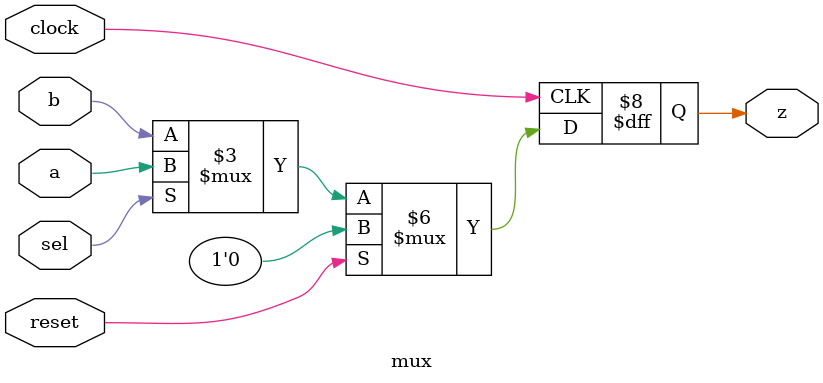
<source format=v>
module mux( clock, reset, a, b, sel, z );

input		clock;
input		reset;
input		a;
input		b;
input		sel;
output		z;

reg		z;

always @(posedge clock)
  if( reset )
    z <= 1'b0;
  else
    if( sel )
      z <= a;
    else
      z <= b;

endmodule

</source>
